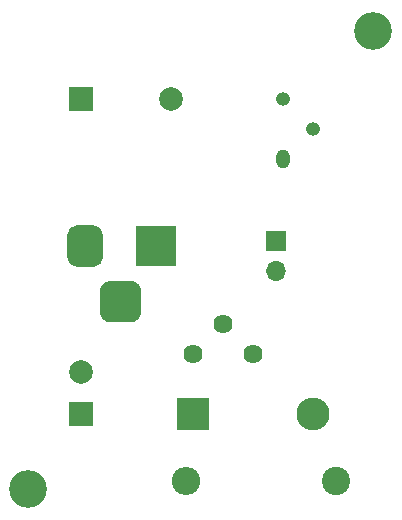
<source format=gbr>
%TF.GenerationSoftware,KiCad,Pcbnew,(5.1.10)-1*%
%TF.CreationDate,2021-10-26T01:17:56+07:00*%
%TF.ProjectId,first,66697273-742e-46b6-9963-61645f706362,rev?*%
%TF.SameCoordinates,Original*%
%TF.FileFunction,Soldermask,Top*%
%TF.FilePolarity,Negative*%
%FSLAX46Y46*%
G04 Gerber Fmt 4.6, Leading zero omitted, Abs format (unit mm)*
G04 Created by KiCad (PCBNEW (5.1.10)-1) date 2021-10-26 01:17:56*
%MOMM*%
%LPD*%
G01*
G04 APERTURE LIST*
%ADD10C,3.200000*%
%ADD11O,1.700000X1.700000*%
%ADD12R,1.700000X1.700000*%
%ADD13R,2.000000X2.000000*%
%ADD14C,2.000000*%
%ADD15R,2.800000X2.800000*%
%ADD16O,2.800000X2.800000*%
%ADD17R,3.500000X3.500000*%
%ADD18O,1.200000X1.600000*%
%ADD19O,1.200000X1.200000*%
%ADD20C,2.400000*%
%ADD21O,2.400000X2.400000*%
%ADD22C,1.620000*%
G04 APERTURE END LIST*
D10*
%TO.C,M3*%
X74295000Y-113030000D03*
%TD*%
%TO.C,M3*%
X103505000Y-74295000D03*
%TD*%
D11*
%TO.C,TH1*%
X95250000Y-94615000D03*
D12*
X95250000Y-92075000D03*
%TD*%
D13*
%TO.C,BZ1*%
X78740000Y-80010000D03*
D14*
X86340000Y-80010000D03*
%TD*%
D13*
%TO.C,C1*%
X78740000Y-106680000D03*
D14*
X78740000Y-103180000D03*
%TD*%
D15*
%TO.C,D1*%
X88265000Y-106680000D03*
D16*
X98425000Y-106680000D03*
%TD*%
D17*
%TO.C,J1*%
X85090000Y-92490001D03*
G36*
G01*
X77590000Y-93490001D02*
X77590000Y-91490001D01*
G75*
G02*
X78340000Y-90740001I750000J0D01*
G01*
X79840000Y-90740001D01*
G75*
G02*
X80590000Y-91490001I0J-750000D01*
G01*
X80590000Y-93490001D01*
G75*
G02*
X79840000Y-94240001I-750000J0D01*
G01*
X78340000Y-94240001D01*
G75*
G02*
X77590000Y-93490001I0J750000D01*
G01*
G37*
G36*
G01*
X80340000Y-98065001D02*
X80340000Y-96315001D01*
G75*
G02*
X81215000Y-95440001I875000J0D01*
G01*
X82965000Y-95440001D01*
G75*
G02*
X83840000Y-96315001I0J-875000D01*
G01*
X83840000Y-98065001D01*
G75*
G02*
X82965000Y-98940001I-875000J0D01*
G01*
X81215000Y-98940001D01*
G75*
G02*
X80340000Y-98065001I0J875000D01*
G01*
G37*
%TD*%
D18*
%TO.C,Q1*%
X95885000Y-85090000D03*
D19*
X98425000Y-82550000D03*
X95885000Y-80010000D03*
%TD*%
D20*
%TO.C,R1*%
X100330000Y-112395000D03*
D21*
X87630000Y-112395000D03*
%TD*%
D22*
%TO.C,RV1*%
X93265000Y-101600000D03*
X90765000Y-99100000D03*
X88265000Y-101600000D03*
%TD*%
M02*

</source>
